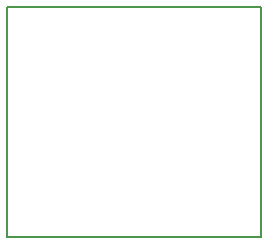
<source format=gm1>
G04*
G04 #@! TF.GenerationSoftware,Altium Limited,Altium Designer,19.0.15 (446)*
G04*
G04 Layer_Color=16711935*
%FSLAX24Y24*%
%MOIN*%
G70*
G01*
G75*
%ADD11C,0.0060*%
D11*
X-4035Y3839D02*
X4429D01*
X-4035Y-3839D02*
Y3839D01*
Y-3839D02*
X4429D01*
X4429D02*
Y3839D01*
M02*

</source>
